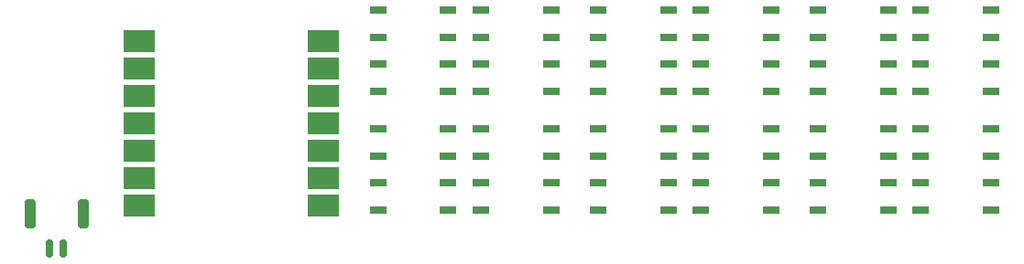
<source format=gbr>
%TF.GenerationSoftware,KiCad,Pcbnew,7.0.5*%
%TF.CreationDate,2024-05-30T09:30:07-05:00*%
%TF.ProjectId,wrist_ems_12_electrodes,77726973-745f-4656-9d73-5f31325f656c,rev?*%
%TF.SameCoordinates,Original*%
%TF.FileFunction,Paste,Bot*%
%TF.FilePolarity,Positive*%
%FSLAX46Y46*%
G04 Gerber Fmt 4.6, Leading zero omitted, Abs format (unit mm)*
G04 Created by KiCad (PCBNEW 7.0.5) date 2024-05-30 09:30:07*
%MOMM*%
%LPD*%
G01*
G04 APERTURE LIST*
G04 Aperture macros list*
%AMRoundRect*
0 Rectangle with rounded corners*
0 $1 Rounding radius*
0 $2 $3 $4 $5 $6 $7 $8 $9 X,Y pos of 4 corners*
0 Add a 4 corners polygon primitive as box body*
4,1,4,$2,$3,$4,$5,$6,$7,$8,$9,$2,$3,0*
0 Add four circle primitives for the rounded corners*
1,1,$1+$1,$2,$3*
1,1,$1+$1,$4,$5*
1,1,$1+$1,$6,$7*
1,1,$1+$1,$8,$9*
0 Add four rect primitives between the rounded corners*
20,1,$1+$1,$2,$3,$4,$5,0*
20,1,$1+$1,$4,$5,$6,$7,0*
20,1,$1+$1,$6,$7,$8,$9,0*
20,1,$1+$1,$8,$9,$2,$3,0*%
G04 Aperture macros list end*
%ADD10R,1.650000X0.700000*%
%ADD11RoundRect,0.150000X-0.150000X-0.700000X0.150000X-0.700000X0.150000X0.700000X-0.150000X0.700000X0*%
%ADD12RoundRect,0.250000X-0.250000X-1.100000X0.250000X-1.100000X0.250000X1.100000X-0.250000X1.100000X0*%
%ADD13R,3.000000X2.000000*%
G04 APERTURE END LIST*
D10*
%TO.C,IC13*%
X162306000Y-88724000D03*
X162306000Y-91264000D03*
X155806000Y-91264000D03*
X155806000Y-88724000D03*
%TD*%
%TO.C,IC16*%
X162306000Y-82724000D03*
X162306000Y-85264000D03*
X155806000Y-85264000D03*
X155806000Y-82724000D03*
%TD*%
%TO.C,IC6*%
X141950000Y-93730000D03*
X141950000Y-96270000D03*
X135450000Y-96270000D03*
X135450000Y-93730000D03*
%TD*%
%TO.C,IC9*%
X146306000Y-85264000D03*
X146306000Y-82724000D03*
X152806000Y-82724000D03*
X152806000Y-85264000D03*
%TD*%
%TO.C,IC18*%
X166600600Y-80289400D03*
X166600600Y-77749400D03*
X173100600Y-77749400D03*
X173100600Y-80289400D03*
%TD*%
%TO.C,IC15*%
X162306000Y-77724000D03*
X162306000Y-80264000D03*
X155806000Y-80264000D03*
X155806000Y-77724000D03*
%TD*%
%TO.C,IC5*%
X141950000Y-88730000D03*
X141950000Y-91270000D03*
X135450000Y-91270000D03*
X135450000Y-88730000D03*
%TD*%
%TO.C,IC14*%
X162306000Y-93724000D03*
X162306000Y-96264000D03*
X155806000Y-96264000D03*
X155806000Y-93724000D03*
%TD*%
%TO.C,IC8*%
X141950000Y-82730000D03*
X141950000Y-85270000D03*
X135450000Y-85270000D03*
X135450000Y-82730000D03*
%TD*%
%TO.C,IC11*%
X146306000Y-96264000D03*
X146306000Y-93724000D03*
X152806000Y-93724000D03*
X152806000Y-96264000D03*
%TD*%
%TO.C,IC1*%
X125950000Y-85270000D03*
X125950000Y-82730000D03*
X132450000Y-82730000D03*
X132450000Y-85270000D03*
%TD*%
D11*
%TO.C,J1*%
X95615600Y-99843200D03*
X96865600Y-99843200D03*
D12*
X93765600Y-96643200D03*
X98715600Y-96643200D03*
%TD*%
D10*
%TO.C,IC4*%
X125950000Y-91270000D03*
X125950000Y-88730000D03*
X132450000Y-88730000D03*
X132450000Y-91270000D03*
%TD*%
%TO.C,IC2*%
X125950000Y-80270000D03*
X125950000Y-77730000D03*
X132450000Y-77730000D03*
X132450000Y-80270000D03*
%TD*%
%TO.C,IC23*%
X182600600Y-77749400D03*
X182600600Y-80289400D03*
X176100600Y-80289400D03*
X176100600Y-77749400D03*
%TD*%
%TO.C,IC10*%
X146306000Y-80264000D03*
X146306000Y-77724000D03*
X152806000Y-77724000D03*
X152806000Y-80264000D03*
%TD*%
%TO.C,IC21*%
X182600600Y-88749400D03*
X182600600Y-91289400D03*
X176100600Y-91289400D03*
X176100600Y-88749400D03*
%TD*%
%TO.C,IC20*%
X166600600Y-91289400D03*
X166600600Y-88749400D03*
X173100600Y-88749400D03*
X173100600Y-91289400D03*
%TD*%
%TO.C,IC24*%
X182600600Y-82749400D03*
X182600600Y-85289400D03*
X176100600Y-85289400D03*
X176100600Y-82749400D03*
%TD*%
D13*
%TO.C,U2*%
X120877000Y-80592015D03*
X120877000Y-83132015D03*
X120877000Y-85672015D03*
X120877000Y-88212015D03*
X120877000Y-90752015D03*
X120877000Y-93292015D03*
X120877000Y-95832015D03*
X103877000Y-95832015D03*
X103877000Y-93292015D03*
X103877000Y-90752015D03*
X103877000Y-88212015D03*
X103877000Y-85672015D03*
X103877000Y-83132015D03*
X103877000Y-80592015D03*
%TD*%
D10*
%TO.C,IC17*%
X166600600Y-85289400D03*
X166600600Y-82749400D03*
X173100600Y-82749400D03*
X173100600Y-85289400D03*
%TD*%
%TO.C,IC3*%
X125950000Y-96270000D03*
X125950000Y-93730000D03*
X132450000Y-93730000D03*
X132450000Y-96270000D03*
%TD*%
%TO.C,IC12*%
X146306000Y-91264000D03*
X146306000Y-88724000D03*
X152806000Y-88724000D03*
X152806000Y-91264000D03*
%TD*%
%TO.C,IC19*%
X166600600Y-96289400D03*
X166600600Y-93749400D03*
X173100600Y-93749400D03*
X173100600Y-96289400D03*
%TD*%
%TO.C,IC7*%
X141950000Y-77730000D03*
X141950000Y-80270000D03*
X135450000Y-80270000D03*
X135450000Y-77730000D03*
%TD*%
%TO.C,IC22*%
X182600600Y-93749400D03*
X182600600Y-96289400D03*
X176100600Y-96289400D03*
X176100600Y-93749400D03*
%TD*%
M02*

</source>
